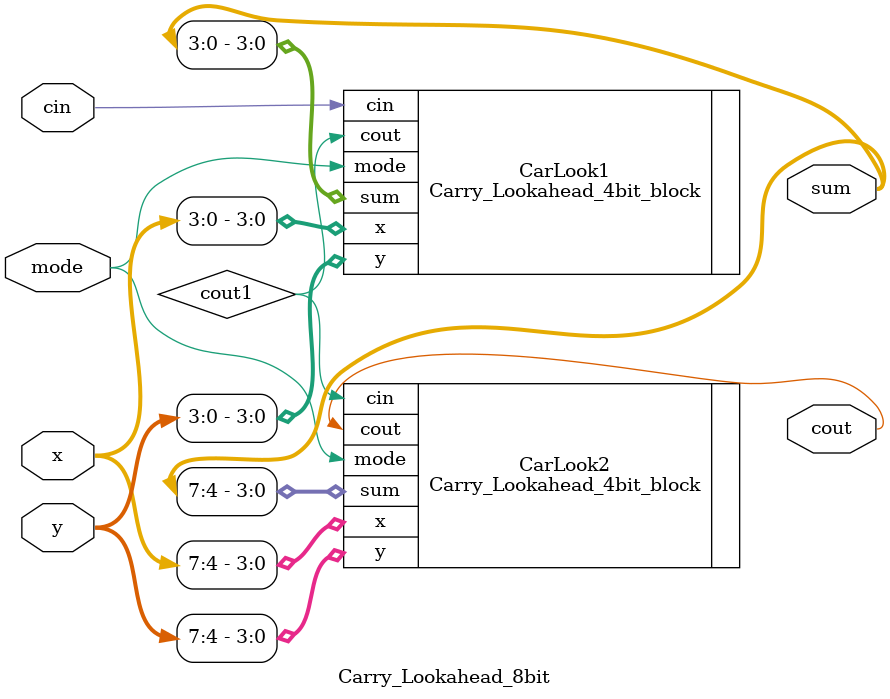
<source format=v>
`timescale 1ns / 1ps
module Carry_Lookahead_8bit(
    input[7:0] x,
    input[7:0] y,
    input mode,
    input cin,
    output[7:0] sum,
    output cout

    );
    
    wire cout1;
    
Carry_Lookahead_4bit_block#(4) CarLook1 (
    .x(x[3:0]),
    .y(y[3:0]),
    .mode(mode),
    .cin(cin),
    .sum(sum[3:0]),
    .cout(cout1)
    );
Carry_Lookahead_4bit_block#(4) CarLook2 (
    .x(x[7:4]),
    .y(y[7:4]),
    .mode(mode),
    .cin(cout1),
    .sum(sum[7:4]),
    .cout(cout)
    );        
    
endmodule

</source>
